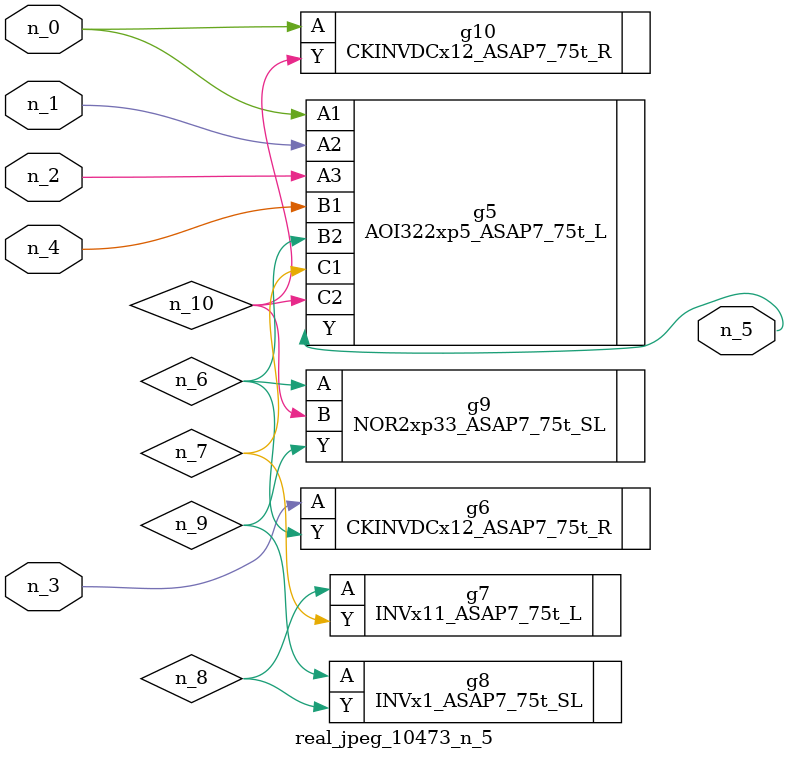
<source format=v>
module real_jpeg_10473_n_5 (n_4, n_0, n_1, n_2, n_3, n_5);

input n_4;
input n_0;
input n_1;
input n_2;
input n_3;

output n_5;

wire n_8;
wire n_6;
wire n_7;
wire n_10;
wire n_9;

AOI322xp5_ASAP7_75t_L g5 ( 
.A1(n_0),
.A2(n_1),
.A3(n_2),
.B1(n_4),
.B2(n_6),
.C1(n_7),
.C2(n_10),
.Y(n_5)
);

CKINVDCx12_ASAP7_75t_R g10 ( 
.A(n_0),
.Y(n_10)
);

CKINVDCx12_ASAP7_75t_R g6 ( 
.A(n_3),
.Y(n_6)
);

NOR2xp33_ASAP7_75t_SL g9 ( 
.A(n_6),
.B(n_10),
.Y(n_9)
);

INVx11_ASAP7_75t_L g7 ( 
.A(n_8),
.Y(n_7)
);

INVx1_ASAP7_75t_SL g8 ( 
.A(n_9),
.Y(n_8)
);


endmodule
</source>
